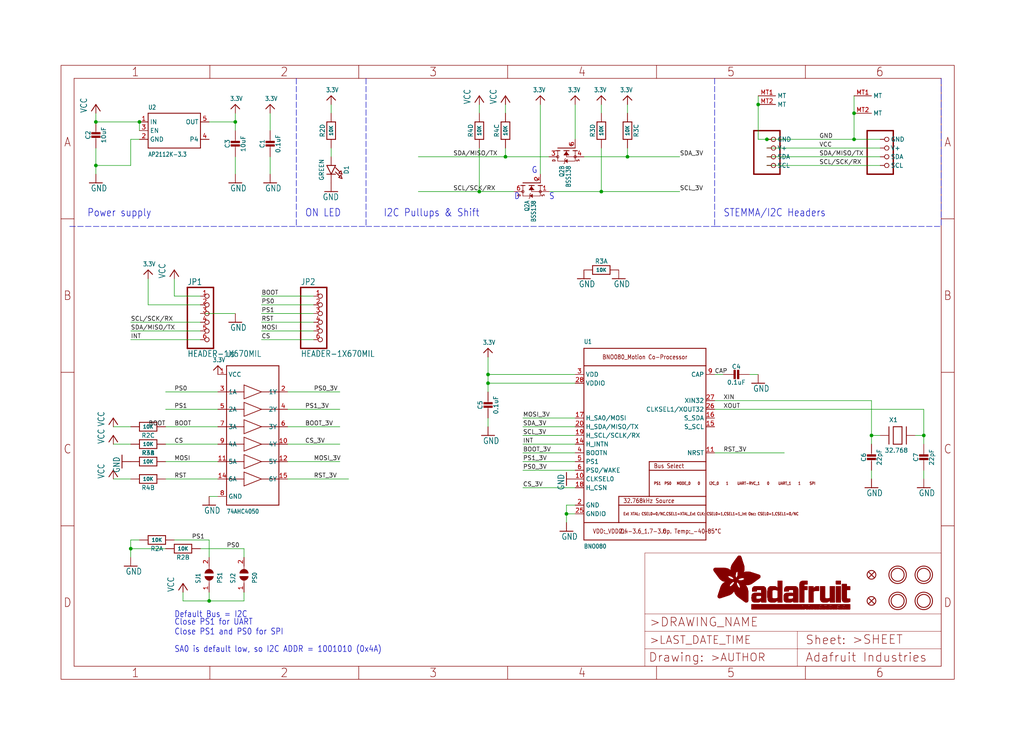
<source format=kicad_sch>
(kicad_sch (version 20211123) (generator eeschema)
  (paper "User" 298.45 217.881)
  (lib_symbols
    (symbol "eagleSchem-eagle-import:3.3V" (power)
      (property "Value" "3.3V" (at -1.524 1.016 0))
      (symbol "3.3V_1_0"
        (pin power_in line (at 0 -2.54 90) (length 2.54) (name "3.3V") (number "1"))
      )
    )
    (symbol "eagleSchem-eagle-import:74HC4050DTSSOP"
      (property "Reference" "U" (at -7.62 22.86 0))
      (property "Value" "74HC4050DTSSOP" (at -7.62 -22.86 0))
      (symbol "74HC4050DTSSOP_1_0"
        (pin bidirectional line (at -10.16 17.78 0) (length 2.54) (name "VCC") (number "1"))
        (pin bidirectional line (at 10.16 -2.54 180) (length 2.54) (name "4Y") (number "10"))
        (pin bidirectional line (at -10.16 -7.62 0) (length 2.54) (name "5A") (number "11"))
        (pin bidirectional line (at 10.16 -7.62 180) (length 2.54) (name "5Y") (number "12"))
        (pin bidirectional line (at -10.16 -12.7 0) (length 2.54) (name "6A") (number "14"))
        (pin bidirectional line (at 10.16 -12.7 180) (length 2.54) (name "6Y") (number "15"))
        (pin bidirectional line (at 10.16 12.7 180) (length 2.54) (name "1Y") (number "2"))
        (pin bidirectional line (at -10.16 12.7 0) (length 2.54) (name "1A") (number "3"))
        (pin bidirectional line (at 10.16 7.62 180) (length 2.54) (name "2Y") (number "4"))
        (pin bidirectional line (at -10.16 7.62 0) (length 2.54) (name "2A") (number "5"))
        (pin bidirectional line (at 10.16 2.54 180) (length 2.54) (name "3Y") (number "6"))
        (pin bidirectional line (at -10.16 2.54 0) (length 2.54) (name "3A") (number "7"))
        (pin bidirectional line (at -10.16 -17.78 0) (length 2.54) (name "GND") (number "8"))
        (pin bidirectional line (at -10.16 -2.54 0) (length 2.54) (name "4A") (number "9"))
      )
    )
    (symbol "eagleSchem-eagle-import:BNO080"
      (property "Reference" "U" (at -17.78 29.21 0))
      (property "Value" "BNO080" (at -17.78 -30.48 0))
      (symbol "BNO080_1_0"
        (text "2.4-3.6_1.7-3.6" (at -7.62 -25.4 0) (effects (font (size 1.27 1.0795)) (justify left)))
        (text "32.768kHz Source" (at -6.35 -16.51 0) (effects (font (size 1.27 1.0795)) (justify left)))
        (text "BNO080_Motion Co-Processor" (at 0 25.4 0) (effects (font (size 1.27 1.0795))))
        (text "Bus Select" (at 2.54 -6.35 0) (effects (font (size 1.27 1.0795)) (justify left)))
        (text "Ext XTAL: CSEL0=0/NC,CSEL1=XTAL_Ext CLK: CSEL0=1,CSEL1=1_Int Osc: CSEL0=1,CSEL1=0/NC" (at -6.35 -20.32 0) (effects (font (size 0.8128 0.6908)) (justify left)))
        (text "Op. Temp:_-40~85°C" (at 5.08 -25.4 0) (effects (font (size 1.27 1.0795)) (justify left)))
        (text "PS1  PS0   MODE_0    0     I2C_0    1     UART-RVC_1    0     UART_1    1     SPI" (at 2.54 -11.43 0) (effects (font (size 0.8128 0.6908)) (justify left)))
        (text "VDD:_VDDIO:" (at -15.24 -25.4 0) (effects (font (size 1.27 1.0795)) (justify left)))
        (pin input line (at -20.32 -10.16 0) (length 2.54) (name "CLKSEL0") (number "10"))
        (pin input line (at 20.32 -2.54 180) (length 2.54) (name "NRST") (number "11"))
        (pin output line (at -20.32 0 0) (length 2.54) (name "H_INTN") (number "14"))
        (pin bidirectional line (at 20.32 5.08 180) (length 2.54) (name "S_SCL") (number "15"))
        (pin bidirectional line (at 20.32 7.62 180) (length 2.54) (name "S_SDA") (number "16"))
        (pin output line (at -20.32 7.62 0) (length 2.54) (name "H_SA0/MOSI") (number "17"))
        (pin input line (at -20.32 -12.7 0) (length 2.54) (name "H_CSN") (number "18"))
        (pin bidirectional line (at -20.32 2.54 0) (length 2.54) (name "H_SCL/SCLK/RX") (number "19"))
        (pin power_in line (at -20.32 -17.78 0) (length 2.54) (name "GND") (number "2"))
        (pin bidirectional line (at -20.32 5.08 0) (length 2.54) (name "H_SDA/MISO/TX") (number "20"))
        (pin power_in line (at -20.32 -20.32 0) (length 2.54) (name "GNDIO") (number "25"))
        (pin output line (at 20.32 10.16 180) (length 2.54) (name "CLKSEL1/XOUT32") (number "26"))
        (pin input line (at 20.32 12.7 180) (length 2.54) (name "XIN32") (number "27"))
        (pin power_in line (at -20.32 17.78 0) (length 2.54) (name "VDDIO") (number "28"))
        (pin power_in line (at -20.32 20.32 0) (length 2.54) (name "VDD") (number "3"))
        (pin input line (at -20.32 -2.54 0) (length 2.54) (name "BOOTN") (number "4"))
        (pin input line (at -20.32 -5.08 0) (length 2.54) (name "PS1") (number "5"))
        (pin input line (at -20.32 -7.62 0) (length 2.54) (name "PS0/WAKE") (number "6"))
        (pin passive line (at 20.32 20.32 180) (length 2.54) (name "CAP") (number "9"))
      )
    )
    (symbol "eagleSchem-eagle-import:CAP_CERAMIC0603_NO"
      (property "Reference" "C" (at -2.29 1.25 90))
      (property "Value" "CAP_CERAMIC0603_NO" (at 2.3 1.25 90))
      (symbol "CAP_CERAMIC0603_NO_1_0"
        (pin passive line (at 0 5.08 270) (length 2.54) (name "1") (number "1"))
        (pin passive line (at 0 -2.54 90) (length 2.54) (name "2") (number "2"))
      )
    )
    (symbol "eagleSchem-eagle-import:CAP_CERAMIC0805-NOOUTLINE"
      (property "Reference" "C" (at -2.29 1.25 90))
      (property "Value" "CAP_CERAMIC0805-NOOUTLINE" (at 2.3 1.25 90))
      (symbol "CAP_CERAMIC0805-NOOUTLINE_1_0"
        (pin passive line (at 0 5.08 270) (length 2.54) (name "1") (number "1"))
        (pin passive line (at 0 -2.54 90) (length 2.54) (name "2") (number "2"))
      )
    )
    (symbol "eagleSchem-eagle-import:FIDUCIAL_1MM")
    (symbol "eagleSchem-eagle-import:FRAME_A4_ADAFRUIT"
      (symbol "FRAME_A4_ADAFRUIT_0_0"
        (text "1" (at 21.6958 1.905 0) (effects (font (size 2.54 2.286))))
        (text "1" (at 21.6958 177.165 0) (effects (font (size 2.54 2.286))))
        (text "2" (at 65.0875 1.905 0) (effects (font (size 2.54 2.286))))
        (text "2" (at 65.0875 177.165 0) (effects (font (size 2.54 2.286))))
        (text "3" (at 108.4792 1.905 0) (effects (font (size 2.54 2.286))))
        (text "3" (at 108.4792 177.165 0) (effects (font (size 2.54 2.286))))
        (text "4" (at 151.8708 1.905 0) (effects (font (size 2.54 2.286))))
        (text "4" (at 151.8708 177.165 0) (effects (font (size 2.54 2.286))))
        (text "5" (at 195.2625 1.905 0) (effects (font (size 2.54 2.286))))
        (text "5" (at 195.2625 177.165 0) (effects (font (size 2.54 2.286))))
        (text "6" (at 238.6542 1.905 0) (effects (font (size 2.54 2.286))))
        (text "6" (at 238.6542 177.165 0) (effects (font (size 2.54 2.286))))
        (text "A" (at 1.905 156.6863 0) (effects (font (size 2.54 2.286))))
        (text "A" (at 258.445 156.6863 0) (effects (font (size 2.54 2.286))))
        (text "B" (at 1.905 111.9188 0) (effects (font (size 2.54 2.286))))
        (text "B" (at 258.445 111.9188 0) (effects (font (size 2.54 2.286))))
        (text "C" (at 1.905 67.1513 0) (effects (font (size 2.54 2.286))))
        (text "C" (at 258.445 67.1513 0) (effects (font (size 2.54 2.286))))
        (text "D" (at 1.905 22.3838 0) (effects (font (size 2.54 2.286))))
        (text "D" (at 258.445 22.3838 0) (effects (font (size 2.54 2.286))))
      )
      (symbol "FRAME_A4_ADAFRUIT_1_0"
        (text ">AUTHOR" (at 189.23 5.08 0) (effects (font (size 2.286 2.286)) (justify left bottom)))
        (text ">DRAWING_NAME" (at 171.45 15.24 0) (effects (font (size 2.54 2.54)) (justify left bottom)))
        (text ">LAST_DATE_TIME" (at 171.45 10.16 0) (effects (font (size 2.286 2.286)) (justify left bottom)))
        (text ">SHEET" (at 230.505 10.16 0) (effects (font (size 2.54 2.54)) (justify left bottom)))
        (text "Adafruit Industries" (at 216.916 4.953 0) (effects (font (size 2.54 2.54)) (justify left bottom)))
        (text "Drawing:" (at 171.196 4.953 0) (effects (font (size 2.54 2.54)) (justify left bottom)))
        (text "Sheet:" (at 216.916 10.033 0) (effects (font (size 2.54 2.54)) (justify left bottom)))
      )
    )
    (symbol "eagleSchem-eagle-import:GND" (power)
      (property "Value" "GND" (at -2.54 -2.54 0))
      (symbol "GND_1_0"
        (pin power_in line (at 0 2.54 270) (length 2.54) (name "GND") (number "1"))
      )
    )
    (symbol "eagleSchem-eagle-import:HEADER-1X670MIL"
      (property "Reference" "JP" (at -6.35 10.795 0))
      (property "Value" "HEADER-1X670MIL" (at -6.35 -10.16 0))
      (symbol "HEADER-1X670MIL_1_0"
        (pin passive inverted (at -2.54 7.62 0) (length 2.54) (name "1") (number "1"))
        (pin passive inverted (at -2.54 5.08 0) (length 2.54) (name "2") (number "2"))
        (pin passive inverted (at -2.54 2.54 0) (length 2.54) (name "3") (number "3"))
        (pin passive inverted (at -2.54 0 0) (length 2.54) (name "4") (number "4"))
        (pin passive inverted (at -2.54 -2.54 0) (length 2.54) (name "5") (number "5"))
        (pin passive inverted (at -2.54 -5.08 0) (length 2.54) (name "6") (number "6"))
      )
    )
    (symbol "eagleSchem-eagle-import:LED0603_NOOUTLINE"
      (property "Reference" "D" (at -1.27 4.445 0))
      (property "Value" "LED0603_NOOUTLINE" (at -1.27 -2.794 0))
      (symbol "LED0603_NOOUTLINE_1_0"
        (pin passive line (at -5.08 0 0) (length 2.54) (name "A") (number "A"))
        (pin passive line (at 2.54 0 180) (length 2.54) (name "C") (number "C"))
      )
    )
    (symbol "eagleSchem-eagle-import:MOSFET-N_DUAL"
      (property "Reference" "Q" (at 5.08 0.635 0))
      (property "Value" "MOSFET-N_DUAL" (at 5.08 -1.27 0))
      (symbol "MOSFET-N_DUAL_1_0"
        (text "D" (at 3.175 3.175 0) (effects (font (size 0.8128 0.6908)) (justify left bottom)))
        (text "G" (at -1.27 -1.905 0) (effects (font (size 0.8128 0.6908)) (justify left bottom)))
        (text "S" (at 3.175 -3.81 0) (effects (font (size 0.8128 0.6908)) (justify left bottom)))
        (pin bidirectional line (at 2.54 -5.08 90) (length 2.54) (name "S") (number "1"))
        (pin bidirectional line (at -2.54 -2.54 0) (length 2.54) (name "G") (number "2"))
        (pin bidirectional line (at 2.54 5.08 270) (length 2.54) (name "D") (number "6"))
      )
      (symbol "MOSFET-N_DUAL_2_0"
        (text "D" (at 3.175 3.175 0) (effects (font (size 0.8128 0.6908)) (justify left bottom)))
        (text "G" (at -1.27 -1.905 0) (effects (font (size 0.8128 0.6908)) (justify left bottom)))
        (text "S" (at 3.175 -3.81 0) (effects (font (size 0.8128 0.6908)) (justify left bottom)))
        (pin bidirectional line (at 2.54 5.08 270) (length 2.54) (name "D") (number "3"))
        (pin bidirectional line (at 2.54 -5.08 90) (length 2.54) (name "S") (number "4"))
        (pin bidirectional line (at -2.54 -2.54 0) (length 2.54) (name "G") (number "5"))
      )
    )
    (symbol "eagleSchem-eagle-import:MOUNTINGHOLE2.5")
    (symbol "eagleSchem-eagle-import:RESISTOR_4PACK"
      (property "Reference" "R" (at 0 2.54 0))
      (property "Value" "RESISTOR_4PACK" (at 0 0 0))
      (symbol "RESISTOR_4PACK_1_0"
        (pin passive line (at -5.08 0 0) (length 2.54) (name "1") (number "1"))
        (pin passive line (at 5.08 0 180) (length 2.54) (name "2") (number "8"))
      )
      (symbol "RESISTOR_4PACK_2_0"
        (pin passive line (at -5.08 0 0) (length 2.54) (name "1") (number "2"))
        (pin passive line (at 5.08 0 180) (length 2.54) (name "2") (number "7"))
      )
      (symbol "RESISTOR_4PACK_3_0"
        (pin passive line (at -5.08 0 0) (length 2.54) (name "1") (number "3"))
        (pin passive line (at 5.08 0 180) (length 2.54) (name "2") (number "6"))
      )
      (symbol "RESISTOR_4PACK_4_0"
        (pin passive line (at -5.08 0 0) (length 2.54) (name "1") (number "4"))
        (pin passive line (at 5.08 0 180) (length 2.54) (name "2") (number "5"))
      )
    )
    (symbol "eagleSchem-eagle-import:SOLDERJUMPER"
      (property "Reference" "SJ" (at -2.54 2.54 0))
      (property "Value" "SOLDERJUMPER" (at -2.54 -3.81 0))
      (symbol "SOLDERJUMPER_1_0"
        (pin passive line (at -5.08 0 0) (length 2.54) (name "1") (number "1"))
        (pin passive line (at 5.08 0 180) (length 2.54) (name "2") (number "2"))
      )
    )
    (symbol "eagleSchem-eagle-import:STEMMA_I2C_QT"
      (symbol "STEMMA_I2C_QT_1_0"
        (pin passive inverted (at 0 5.08 0) (length 2.54) (name "GND") (number "1"))
        (pin passive inverted (at 0 2.54 0) (length 2.54) (name "V+") (number "2"))
        (pin passive inverted (at 0 0 0) (length 2.54) (name "SDA") (number "3"))
        (pin passive inverted (at 0 -2.54 0) (length 2.54) (name "SCL") (number "4"))
      )
      (symbol "STEMMA_I2C_QT_2_0"
        (pin bidirectional line (at 0 0 0) (length 5.08) (name "MT") (number "MT1"))
      )
      (symbol "STEMMA_I2C_QT_3_0"
        (pin bidirectional line (at 0 0 0) (length 5.08) (name "MT") (number "MT2"))
      )
    )
    (symbol "eagleSchem-eagle-import:VCC" (power)
      (property "Value" "VCC" (at -2.54 -2.54 90))
      (symbol "VCC_1_0"
        (pin power_in line (at 0 -2.54 90) (length 2.54) (name "VCC") (number "1"))
      )
    )
    (symbol "eagleSchem-eagle-import:VREG_SOT23-5"
      (property "Reference" "U" (at -7.62 6.096 0))
      (property "Value" "VREG_SOT23-5" (at -7.62 -7.62 0))
      (symbol "VREG_SOT23-5_1_0"
        (pin power_in line (at -10.16 2.54 0) (length 2.54) (name "IN") (number "1"))
        (pin power_in line (at -10.16 -2.54 0) (length 2.54) (name "GND") (number "2"))
        (pin input line (at -10.16 0 0) (length 2.54) (name "EN") (number "3"))
        (pin bidirectional line (at 10.16 -2.54 180) (length 2.54) (name "P4") (number "4"))
        (pin power_in line (at 10.16 2.54 180) (length 2.54) (name "OUT") (number "5"))
      )
    )
    (symbol "eagleSchem-eagle-import:XTAL-3.2X1.5"
      (property "Reference" "X" (at -2.54 3.81 0))
      (property "Value" "XTAL-3.2X1.5" (at -3.81 -5.08 0))
      (symbol "XTAL-3.2X1.5_1_0"
        (pin bidirectional line (at -5.08 0 0) (length 2.54) (name "P$1") (number "P$1"))
        (pin bidirectional line (at 5.08 0 180) (length 2.54) (name "P$2") (number "P$2"))
      )
    )
  )
  (junction (at 182.88 45.72))
  (junction (at 142.24 111.76))
  (junction (at 40.64 35.56))
  (junction (at 142.24 109.22))
  (junction (at 27.94 48.26))
  (junction (at 248.92 33.02))
  (junction (at 254 127))
  (junction (at 223.52 40.64))
  (junction (at 68.58 35.56))
  (junction (at 147.32 45.72))
  (junction (at 38.1 160.02))
  (junction (at 60.96 175.26))
  (junction (at 139.7 55.88))
  (junction (at 220.98 30.48))
  (junction (at 165.1 149.86))
  (junction (at 248.92 40.64))
  (junction (at 27.94 35.56))
  (junction (at 269.24 127))
  (junction (at 175.26 55.88))
  (wire (pts (xy 68.58 45.72) (xy 68.58 50.8)))
  (wire (pts (xy 63.5 134.62) (xy 48.26 134.62)))
  (wire (pts (xy 99.06 119.38) (xy 83.82 119.38)))
  (wire (pts (xy 33.02 124.46) (xy 38.1 124.46)))
  (wire (pts (xy 53.34 175.26) (xy 53.34 172.72)))
  (wire (pts (xy 63.5 144.78) (xy 60.96 144.78)))
  (wire (pts (xy 142.24 114.3) (xy 142.24 111.76)))
  (wire (pts (xy 139.7 30.48) (xy 139.7 33.02)))
  (wire (pts (xy 147.32 45.72) (xy 121.92 45.72)))
  (wire (pts (xy 91.44 96.52) (xy 76.2 96.52)))
  (wire (pts (xy 83.82 114.3) (xy 99.06 114.3)))
  (wire (pts (xy 220.98 30.48) (xy 220.98 40.64)))
  (wire (pts (xy 182.88 45.72) (xy 198.12 45.72)))
  (polyline (pts (xy 274.32 22.86) (xy 274.32 66.04)))
  (wire (pts (xy 248.92 27.94) (xy 248.92 33.02)))
  (wire (pts (xy 38.1 160.02) (xy 38.1 162.56)))
  (wire (pts (xy 167.64 109.22) (xy 142.24 109.22)))
  (wire (pts (xy 71.12 175.26) (xy 60.96 175.26)))
  (wire (pts (xy 48.26 139.7) (xy 63.5 139.7)))
  (wire (pts (xy 248.92 40.64) (xy 223.52 40.64)))
  (wire (pts (xy 175.26 55.88) (xy 198.12 55.88)))
  (wire (pts (xy 83.82 124.46) (xy 99.06 124.46)))
  (wire (pts (xy 157.48 50.8) (xy 157.48 30.48)))
  (wire (pts (xy 60.96 172.72) (xy 60.96 175.26)))
  (wire (pts (xy 58.42 93.98) (xy 38.1 93.98)))
  (wire (pts (xy 48.26 129.54) (xy 63.5 129.54)))
  (wire (pts (xy 167.64 111.76) (xy 142.24 111.76)))
  (wire (pts (xy 167.64 147.32) (xy 165.1 147.32)))
  (wire (pts (xy 38.1 40.64) (xy 38.1 48.26)))
  (wire (pts (xy 78.74 45.72) (xy 78.74 50.8)))
  (wire (pts (xy 58.42 91.44) (xy 68.58 91.44)))
  (wire (pts (xy 63.5 124.46) (xy 48.26 124.46)))
  (wire (pts (xy 254 127) (xy 254 129.54)))
  (wire (pts (xy 91.44 86.36) (xy 76.2 86.36)))
  (wire (pts (xy 175.26 33.02) (xy 175.26 30.48)))
  (wire (pts (xy 38.1 48.26) (xy 27.94 48.26)))
  (wire (pts (xy 78.74 33.02) (xy 78.74 38.1)))
  (wire (pts (xy 248.92 33.02) (xy 248.92 40.64)))
  (wire (pts (xy 220.98 40.64) (xy 223.52 40.64)))
  (wire (pts (xy 269.24 119.38) (xy 269.24 127)))
  (polyline (pts (xy 20.32 66.04) (xy 86.36 66.04)))
  (wire (pts (xy 58.42 86.36) (xy 50.8 86.36)))
  (wire (pts (xy 27.94 48.26) (xy 27.94 50.8)))
  (wire (pts (xy 142.24 121.92) (xy 142.24 124.46)))
  (wire (pts (xy 91.44 99.06) (xy 76.2 99.06)))
  (polyline (pts (xy 208.28 66.04) (xy 274.32 66.04)))
  (wire (pts (xy 71.12 172.72) (xy 71.12 175.26)))
  (wire (pts (xy 38.1 157.48) (xy 38.1 160.02)))
  (wire (pts (xy 160.02 55.88) (xy 175.26 55.88)))
  (polyline (pts (xy 106.68 66.04) (xy 208.28 66.04)))
  (wire (pts (xy 256.54 127) (xy 254 127)))
  (wire (pts (xy 71.12 160.02) (xy 71.12 162.56)))
  (wire (pts (xy 58.42 96.52) (xy 38.1 96.52)))
  (wire (pts (xy 208.28 119.38) (xy 269.24 119.38)))
  (wire (pts (xy 58.42 99.06) (xy 38.1 99.06)))
  (wire (pts (xy 167.64 142.24) (xy 152.4 142.24)))
  (wire (pts (xy 48.26 160.02) (xy 38.1 160.02)))
  (wire (pts (xy 170.18 45.72) (xy 182.88 45.72)))
  (wire (pts (xy 91.44 93.98) (xy 76.2 93.98)))
  (wire (pts (xy 60.96 157.48) (xy 60.96 162.56)))
  (wire (pts (xy 160.02 45.72) (xy 147.32 45.72)))
  (wire (pts (xy 38.1 157.48) (xy 40.64 157.48)))
  (wire (pts (xy 266.7 127) (xy 269.24 127)))
  (wire (pts (xy 256.54 45.72) (xy 223.52 45.72)))
  (wire (pts (xy 142.24 109.22) (xy 142.24 104.14)))
  (wire (pts (xy 91.44 91.44) (xy 76.2 91.44)))
  (wire (pts (xy 60.96 35.56) (xy 68.58 35.56)))
  (wire (pts (xy 254 137.16) (xy 254 139.7)))
  (wire (pts (xy 147.32 43.18) (xy 147.32 45.72)))
  (wire (pts (xy 50.8 157.48) (xy 60.96 157.48)))
  (wire (pts (xy 139.7 55.88) (xy 121.92 55.88)))
  (wire (pts (xy 167.64 134.62) (xy 152.4 134.62)))
  (wire (pts (xy 208.28 109.22) (xy 210.82 109.22)))
  (wire (pts (xy 167.64 132.08) (xy 152.4 132.08)))
  (wire (pts (xy 43.18 88.9) (xy 43.18 81.28)))
  (wire (pts (xy 149.86 55.88) (xy 139.7 55.88)))
  (wire (pts (xy 167.64 40.64) (xy 167.64 30.48)))
  (wire (pts (xy 58.42 88.9) (xy 43.18 88.9)))
  (wire (pts (xy 167.64 124.46) (xy 152.4 124.46)))
  (polyline (pts (xy 86.36 22.86) (xy 86.36 66.04)))
  (wire (pts (xy 40.64 40.64) (xy 38.1 40.64)))
  (wire (pts (xy 182.88 43.18) (xy 182.88 45.72)))
  (polyline (pts (xy 106.68 22.86) (xy 106.68 66.04)))
  (wire (pts (xy 68.58 35.56) (xy 68.58 38.1)))
  (wire (pts (xy 256.54 40.64) (xy 248.92 40.64)))
  (wire (pts (xy 50.8 86.36) (xy 50.8 81.28)))
  (wire (pts (xy 167.64 127) (xy 152.4 127)))
  (wire (pts (xy 40.64 35.56) (xy 27.94 35.56)))
  (wire (pts (xy 60.96 175.26) (xy 53.34 175.26)))
  (wire (pts (xy 96.52 30.48) (xy 96.52 33.02)))
  (wire (pts (xy 58.42 160.02) (xy 71.12 160.02)))
  (wire (pts (xy 152.4 137.16) (xy 167.64 137.16)))
  (wire (pts (xy 27.94 33.02) (xy 27.94 35.56)))
  (wire (pts (xy 165.1 149.86) (xy 165.1 152.4)))
  (wire (pts (xy 96.52 45.72) (xy 96.52 43.18)))
  (wire (pts (xy 223.52 43.18) (xy 256.54 43.18)))
  (polyline (pts (xy 208.28 22.86) (xy 208.28 66.04)))
  (wire (pts (xy 165.1 147.32) (xy 165.1 149.86)))
  (wire (pts (xy 63.5 119.38) (xy 48.26 119.38)))
  (wire (pts (xy 269.24 137.16) (xy 269.24 139.7)))
  (wire (pts (xy 223.52 48.26) (xy 256.54 48.26)))
  (wire (pts (xy 218.44 109.22) (xy 220.98 109.22)))
  (wire (pts (xy 139.7 43.18) (xy 139.7 55.88)))
  (wire (pts (xy 27.94 48.26) (xy 27.94 43.18)))
  (wire (pts (xy 167.64 149.86) (xy 165.1 149.86)))
  (wire (pts (xy 147.32 33.02) (xy 147.32 30.48)))
  (wire (pts (xy 167.64 121.92) (xy 152.4 121.92)))
  (wire (pts (xy 208.28 116.84) (xy 254 116.84)))
  (wire (pts (xy 182.88 33.02) (xy 182.88 30.48)))
  (wire (pts (xy 91.44 88.9) (xy 76.2 88.9)))
  (wire (pts (xy 63.5 114.3) (xy 48.26 114.3)))
  (wire (pts (xy 220.98 27.94) (xy 220.98 30.48)))
  (wire (pts (xy 208.28 132.08) (xy 228.6 132.08)))
  (wire (pts (xy 83.82 139.7) (xy 101.6 139.7)))
  (wire (pts (xy 33.02 129.54) (xy 38.1 129.54)))
  (wire (pts (xy 68.58 35.56) (xy 68.58 33.02)))
  (wire (pts (xy 167.64 129.54) (xy 152.4 129.54)))
  (wire (pts (xy 83.82 134.62) (xy 99.06 134.62)))
  (wire (pts (xy 254 116.84) (xy 254 127)))
  (wire (pts (xy 40.64 38.1) (xy 40.64 35.56)))
  (wire (pts (xy 142.24 111.76) (xy 142.24 109.22)))
  (wire (pts (xy 269.24 127) (xy 269.24 129.54)))
  (wire (pts (xy 83.82 129.54) (xy 99.06 129.54)))
  (wire (pts (xy 33.02 139.7) (xy 38.1 139.7)))
  (wire (pts (xy 175.26 43.18) (xy 175.26 55.88)))
  (polyline (pts (xy 86.36 66.04) (xy 106.68 66.04)))
  (text "Default Bus = I2C" (at 50.8 180.34 180) (effects (font (size 1.778 1.5113)) (justify left bottom)))
  (text "I2C Pullups & Shift" (at 111.76 63.5 180) (effects (font (size 2.1844 1.8567)) (justify left bottom)))
  (text "Power supply" (at 25.4 63.5 180) (effects (font (size 2.1844 1.8567)) (justify left bottom)))
  (text "SA0 is default low, so I2C ADDR = 1001010 (0x4A)" (at 50.8 190.5 180) (effects (font (size 1.778 1.5113)) (justify left bottom)))
  (text "STEMMA/I2C Headers" (at 210.82 63.5 180) (effects (font (size 2.1844 1.8567)) (justify left bottom)))
  (text "D" (at 149.86 58.42 180) (effects (font (size 1.778 1.5113)) (justify left bottom)))
  (text "G" (at 154.94 50.8 180) (effects (font (size 1.778 1.5113)) (justify left bottom)))
  (text "ON LED" (at 88.9 63.5 180) (effects (font (size 2.1844 1.8567)) (justify left bottom)))
  (text "S" (at 160.02 58.42 180) (effects (font (size 1.778 1.5113)) (justify left bottom)))
  (text "Close PS1 for UART\nClose PS1 and PS0 for SPI" (at 50.8 185.42 180) (effects (font (size 1.778 1.5113)) (justify left bottom)))
  (label "MOSI" (at 76.2 96.52 0) (effects (font (size 1.2446 1.2446))))
  (label "SDA/MISO/TX" (at 132.08 45.72 0) (effects (font (size 1.2446 1.2446))))
  (label "PS1" (at 76.2 91.44 0) (effects (font (size 1.2446 1.2446))))
  (label "CS_3V" (at 88.9 129.54 0) (effects (font (size 1.2446 1.2446))))
  (label "XIN" (at 210.82 116.84 0) (effects (font (size 1.2446 1.2446))))
  (label "SCL/SCK/RX" (at 238.76 48.26 0) (effects (font (size 1.2446 1.2446))))
  (label "PS0" (at 76.2 88.9 0) (effects (font (size 1.2446 1.2446))))
  (label "MOSI_3V" (at 91.44 134.62 0) (effects (font (size 1.2446 1.2446))))
  (label "BOOT_3V" (at 152.4 132.08 0) (effects (font (size 1.2446 1.2446))))
  (label "BOOT_3V" (at 88.9 124.46 0) (effects (font (size 1.2446 1.2446))))
  (label "PS1" (at 55.88 157.48 0) (effects (font (size 1.2446 1.2446))))
  (label "CS" (at 50.8 129.54 0) (effects (font (size 1.2446 1.2446))))
  (label "SCL_3V" (at 198.12 55.88 0) (effects (font (size 1.2446 1.2446))))
  (label "SCL/SCK/RX" (at 132.08 55.88 0) (effects (font (size 1.2446 1.2446))))
  (label "BOOT" (at 50.8 124.46 0) (effects (font (size 1.2446 1.2446))))
  (label "INT" (at 38.1 99.06 0) (effects (font (size 1.2446 1.2446))))
  (label "PS0" (at 66.04 160.02 0) (effects (font (size 1.2446 1.2446))))
  (label "PS0_3V" (at 91.44 114.3 0) (effects (font (size 1.2446 1.2446))))
  (label "SDA_3V" (at 198.12 45.72 0) (effects (font (size 1.2446 1.2446))))
  (label "MOSI" (at 50.8 134.62 0) (effects (font (size 1.2446 1.2446))))
  (label "PS1_3V" (at 152.4 134.62 0) (effects (font (size 1.2446 1.2446))))
  (label "SDA/MISO/TX" (at 38.1 96.52 0) (effects (font (size 1.2446 1.2446))))
  (label "RST_3V" (at 210.82 132.08 0) (effects (font (size 1.2446 1.2446))))
  (label "SDA_3V" (at 152.4 124.46 0) (effects (font (size 1.2446 1.2446))))
  (label "SCL/SCK/RX" (at 38.1 93.98 0) (effects (font (size 1.2446 1.2446))))
  (label "CAP" (at 208.28 109.22 0) (effects (font (size 1.2446 1.2446))))
  (label "PS1_3V" (at 88.9 119.38 0) (effects (font (size 1.2446 1.2446))))
  (label "CS_3V" (at 152.4 142.24 0) (effects (font (size 1.2446 1.2446))))
  (label "BOOT" (at 76.2 86.36 0) (effects (font (size 1.2446 1.2446))))
  (label "RST_3V" (at 91.44 139.7 0) (effects (font (size 1.2446 1.2446))))
  (label "PS0" (at 50.8 114.3 0) (effects (font (size 1.2446 1.2446))))
  (label "INT" (at 152.4 129.54 0) (effects (font (size 1.2446 1.2446))))
  (label "GND" (at 238.76 40.64 0) (effects (font (size 1.2446 1.2446))))
  (label "PS0_3V" (at 152.4 137.16 0) (effects (font (size 1.2446 1.2446))))
  (label "SCL_3V" (at 152.4 127 0) (effects (font (size 1.2446 1.2446))))
  (label "PS1" (at 50.8 119.38 0) (effects (font (size 1.2446 1.2446))))
  (label "RST" (at 50.8 139.7 0) (effects (font (size 1.2446 1.2446))))
  (label "CS" (at 76.2 99.06 0) (effects (font (size 1.2446 1.2446))))
  (label "SDA/MISO/TX" (at 238.76 45.72 0) (effects (font (size 1.2446 1.2446))))
  (label "BOOT" (at 48.26 124.46 180) (effects (font (size 1.2446 1.2446))))
  (label "XOUT" (at 210.82 119.38 0) (effects (font (size 1.2446 1.2446))))
  (label "RST" (at 76.2 93.98 0) (effects (font (size 1.2446 1.2446))))
  (label "MOSI_3V" (at 152.4 121.92 0) (effects (font (size 1.2446 1.2446))))
  (label "VCC" (at 238.76 43.18 0) (effects (font (size 1.2446 1.2446))))
  (symbol (lib_id "eagleSchem-eagle-import:FIDUCIAL_1MM") (at 254 175.26 0) (unit 1)
    (property "Reference" "FID3" (effects hide))
    (property "Value" "FIDUCIAL_1MM" (effects hide))
    (property "Footprint" "eagleSchem:FIDUCIAL_1MM" (effects hide))
  )
  (symbol (lib_id "eagleSchem-eagle-import:GND") (at 78.74 53.34 0) (unit 1)
    (property "Reference" "#U$6" (effects hide))
    (property "Value" "GND" (at 77.216 55.88 0) (effects (font (size 1.778 1.5113)) (justify left bottom)))
    (property "Footprint" "eagleSchem:" (effects hide))
  )
  (symbol (lib_id "eagleSchem-eagle-import:MOUNTINGHOLE2.5") (at 261.62 167.64 0) (unit 1)
    (property "Reference" "U$17" (effects hide))
    (property "Value" "MOUNTINGHOLE2.5" (effects hide))
    (property "Footprint" "eagleSchem:MOUNTINGHOLE_2.5_PLATED" (effects hide))
  )
  (symbol (lib_id "eagleSchem-eagle-import:STEMMA_I2C_QT") (at 256.54 45.72 0) (unit 1)
    (property "Reference" "CONN4" (effects hide))
    (property "Value" "STEMMA_I2C_QT" (effects hide))
    (property "Footprint" "eagleSchem:JST_SH4" (effects hide))
  )
  (symbol (lib_id "eagleSchem-eagle-import:3.3V") (at 142.24 101.6 0) (unit 1)
    (property "Reference" "#U$4" (effects hide))
    (property "Value" "3.3V" (at 140.716 100.584 0) (effects (font (size 1.27 1.0795)) (justify left bottom)))
    (property "Footprint" "eagleSchem:" (effects hide))
  )
  (symbol (lib_id "eagleSchem-eagle-import:BNO080") (at 187.96 129.54 0) (unit 1)
    (property "Reference" "U1" (at 170.18 100.33 0) (effects (font (size 1.27 1.0795)) (justify left bottom)))
    (property "Value" "BNO080" (at 170.18 160.02 0) (effects (font (size 1.27 1.0795)) (justify left bottom)))
    (property "Footprint" "eagleSchem:BNO080" (effects hide))
  )
  (symbol (lib_id "eagleSchem-eagle-import:CAP_CERAMIC0603_NO") (at 254 134.62 0) (unit 1)
    (property "Reference" "C6" (at 251.71 133.37 90))
    (property "Value" "22pF" (at 256.3 133.37 90))
    (property "Footprint" "eagleSchem:0603-NO" (effects hide))
  )
  (symbol (lib_id "eagleSchem-eagle-import:GND") (at 165.1 154.94 0) (unit 1)
    (property "Reference" "#U$2" (effects hide))
    (property "Value" "GND" (at 163.576 157.48 0) (effects (font (size 1.778 1.5113)) (justify left bottom)))
    (property "Footprint" "eagleSchem:" (effects hide))
  )
  (symbol (lib_id "eagleSchem-eagle-import:GND") (at 96.52 55.88 0) (unit 1)
    (property "Reference" "#GND6" (effects hide))
    (property "Value" "GND" (at 93.98 58.42 0) (effects (font (size 1.778 1.5113)) (justify left bottom)))
    (property "Footprint" "eagleSchem:" (effects hide))
  )
  (symbol (lib_id "eagleSchem-eagle-import:CAP_CERAMIC0603_NO") (at 142.24 119.38 0) (unit 1)
    (property "Reference" "C5" (at 139.95 118.13 90))
    (property "Value" "0.1uF" (at 144.54 118.13 90))
    (property "Footprint" "eagleSchem:0603-NO" (effects hide))
  )
  (symbol (lib_id "eagleSchem-eagle-import:FRAME_A4_ADAFRUIT") (at 17.78 198.12 0) (unit 1)
    (property "Reference" "#U$18" (effects hide))
    (property "Value" "FRAME_A4_ADAFRUIT" (effects hide))
    (property "Footprint" "eagleSchem:" (effects hide))
  )
  (symbol (lib_id "eagleSchem-eagle-import:HEADER-1X670MIL") (at 60.96 93.98 0) (unit 1)
    (property "Reference" "JP1" (at 54.61 83.185 0) (effects (font (size 1.778 1.5113)) (justify left bottom)))
    (property "Value" "HEADER-1X670MIL" (at 54.61 104.14 0) (effects (font (size 1.778 1.5113)) (justify left bottom)))
    (property "Footprint" "eagleSchem:1X06_ROUND_70" (effects hide))
  )
  (symbol (lib_id "eagleSchem-eagle-import:MOUNTINGHOLE2.5") (at 269.24 167.64 0) (unit 1)
    (property "Reference" "U$19" (effects hide))
    (property "Value" "MOUNTINGHOLE2.5" (effects hide))
    (property "Footprint" "eagleSchem:MOUNTINGHOLE_2.5_PLATED" (effects hide))
  )
  (symbol (lib_id "eagleSchem-eagle-import:VCC") (at 50.8 78.74 0) (unit 1)
    (property "Reference" "#P+4" (effects hide))
    (property "Value" "VCC" (at 48.26 81.28 90) (effects (font (size 1.778 1.5113)) (justify left bottom)))
    (property "Footprint" "eagleSchem:" (effects hide))
  )
  (symbol (lib_id "eagleSchem-eagle-import:RESISTOR_4PACK") (at 43.18 139.7 180) (unit 2)
    (property "Reference" "R4" (at 43.18 142.24 0))
    (property "Value" "10K" (at 43.18 139.7 0) (effects (font (size 1.016 1.016) bold)))
    (property "Footprint" "eagleSchem:RESPACK_4X0603" (effects hide))
  )
  (symbol (lib_id "eagleSchem-eagle-import:RESISTOR_4PACK") (at 43.18 129.54 180) (unit 1)
    (property "Reference" "R4" (at 43.18 132.08 0))
    (property "Value" "10K" (at 43.18 129.54 0) (effects (font (size 1.016 1.016) bold)))
    (property "Footprint" "eagleSchem:RESPACK_4X0603" (effects hide))
  )
  (symbol (lib_id "eagleSchem-eagle-import:GND") (at 68.58 93.98 0) (unit 1)
    (property "Reference" "#U$10" (effects hide))
    (property "Value" "GND" (at 67.056 96.52 0) (effects (font (size 1.778 1.5113)) (justify left bottom)))
    (property "Footprint" "eagleSchem:" (effects hide))
  )
  (symbol (lib_id "eagleSchem-eagle-import:RESISTOR_4PACK") (at 96.52 38.1 90) (unit 4)
    (property "Reference" "R2" (at 93.98 38.1 0))
    (property "Value" "10K" (at 96.52 38.1 0) (effects (font (size 1.016 1.016) bold)))
    (property "Footprint" "eagleSchem:RESPACK_4X0603" (effects hide))
  )
  (symbol (lib_id "eagleSchem-eagle-import:RESISTOR_4PACK") (at 147.32 38.1 90) (unit 3)
    (property "Reference" "R4" (at 144.78 38.1 0))
    (property "Value" "10K" (at 147.32 38.1 0) (effects (font (size 1.016 1.016) bold)))
    (property "Footprint" "eagleSchem:RESPACK_4X0603" (effects hide))
  )
  (symbol (lib_id "eagleSchem-eagle-import:GND") (at 68.58 53.34 0) (unit 1)
    (property "Reference" "#U$5" (effects hide))
    (property "Value" "GND" (at 67.056 55.88 0) (effects (font (size 1.778 1.5113)) (justify left bottom)))
    (property "Footprint" "eagleSchem:" (effects hide))
  )
  (symbol (lib_id "eagleSchem-eagle-import:3.3V") (at 175.26 27.94 0) (mirror y) (unit 1)
    (property "Reference" "#U$24" (effects hide))
    (property "Value" "3.3V" (at 176.784 26.924 0) (effects (font (size 1.27 1.0795)) (justify left bottom)))
    (property "Footprint" "eagleSchem:" (effects hide))
  )
  (symbol (lib_id "eagleSchem-eagle-import:VCC") (at 33.02 137.16 0) (unit 1)
    (property "Reference" "#P+6" (effects hide))
    (property "Value" "VCC" (at 30.48 139.7 90) (effects (font (size 1.778 1.5113)) (justify left bottom)))
    (property "Footprint" "eagleSchem:" (effects hide))
  )
  (symbol (lib_id "eagleSchem-eagle-import:VCC") (at 139.7 27.94 0) (unit 1)
    (property "Reference" "#P+1" (effects hide))
    (property "Value" "VCC" (at 137.16 30.48 90) (effects (font (size 1.778 1.5113)) (justify left bottom)))
    (property "Footprint" "eagleSchem:" (effects hide))
  )
  (symbol (lib_id "eagleSchem-eagle-import:STEMMA_I2C_QT") (at 248.92 27.94 0) (unit 2)
    (property "Reference" "CONN4" (effects hide))
    (property "Value" "STEMMA_I2C_QT" (effects hide))
    (property "Footprint" "eagleSchem:JST_SH4" (effects hide))
  )
  (symbol (lib_id "eagleSchem-eagle-import:RESISTOR_4PACK") (at 43.18 124.46 180) (unit 3)
    (property "Reference" "R2" (at 43.18 127 0))
    (property "Value" "10K" (at 43.18 124.46 0) (effects (font (size 1.016 1.016) bold)))
    (property "Footprint" "eagleSchem:RESPACK_4X0603" (effects hide))
  )
  (symbol (lib_id "eagleSchem-eagle-import:MOSFET-N_DUAL") (at 154.94 53.34 90) (mirror x) (unit 1)
    (property "Reference" "Q2" (at 154.305 58.42 0) (effects (font (size 1.27 1.0795)) (justify left bottom)))
    (property "Value" "BSS138" (at 156.21 58.42 0) (effects (font (size 1.27 1.0795)) (justify left bottom)))
    (property "Footprint" "eagleSchem:SOT363" (effects hide))
  )
  (symbol (lib_id "eagleSchem-eagle-import:MOUNTINGHOLE2.5") (at 269.24 175.26 0) (unit 1)
    (property "Reference" "U$21" (effects hide))
    (property "Value" "MOUNTINGHOLE2.5" (effects hide))
    (property "Footprint" "eagleSchem:MOUNTINGHOLE_2.5_PLATED" (effects hide))
  )
  (symbol (lib_id "eagleSchem-eagle-import:CAP_CERAMIC0603_NO") (at 269.24 134.62 0) (unit 1)
    (property "Reference" "C7" (at 266.95 133.37 90))
    (property "Value" "22pF" (at 271.54 133.37 90))
    (property "Footprint" "eagleSchem:0603-NO" (effects hide))
  )
  (symbol (lib_id "eagleSchem-eagle-import:RESISTOR_4PACK") (at 43.18 134.62 0) (unit 2)
    (property "Reference" "R3" (at 43.18 132.08 0))
    (property "Value" "10K" (at 43.18 134.62 0) (effects (font (size 1.016 1.016) bold)))
    (property "Footprint" "eagleSchem:RESPACK_4X0603" (effects hide))
  )
  (symbol (lib_id "eagleSchem-eagle-import:VREG_SOT23-5") (at 50.8 38.1 0) (unit 1)
    (property "Reference" "U2" (at 43.18 32.004 0) (effects (font (size 1.27 1.0795)) (justify left bottom)))
    (property "Value" "AP2112K-3.3" (at 43.18 45.72 0) (effects (font (size 1.27 1.0795)) (justify left bottom)))
    (property "Footprint" "eagleSchem:SOT23-5" (effects hide))
  )
  (symbol (lib_id "eagleSchem-eagle-import:STEMMA_I2C_QT") (at 248.92 33.02 0) (unit 3)
    (property "Reference" "CONN4" (effects hide))
    (property "Value" "STEMMA_I2C_QT" (effects hide))
    (property "Footprint" "eagleSchem:JST_SH4" (effects hide))
  )
  (symbol (lib_id "eagleSchem-eagle-import:3.3V") (at 78.74 30.48 0) (unit 1)
    (property "Reference" "#U$14" (effects hide))
    (property "Value" "3.3V" (at 77.216 29.464 0) (effects (font (size 1.27 1.0795)) (justify left bottom)))
    (property "Footprint" "eagleSchem:" (effects hide))
  )
  (symbol (lib_id "eagleSchem-eagle-import:GND") (at 269.24 142.24 0) (unit 1)
    (property "Reference" "#U$9" (effects hide))
    (property "Value" "GND" (at 267.716 144.78 0) (effects (font (size 1.778 1.5113)) (justify left bottom)))
    (property "Footprint" "eagleSchem:" (effects hide))
  )
  (symbol (lib_id "eagleSchem-eagle-import:3.3V") (at 167.64 27.94 0) (mirror y) (unit 1)
    (property "Reference" "#U$23" (effects hide))
    (property "Value" "3.3V" (at 169.164 26.924 0) (effects (font (size 1.27 1.0795)) (justify left bottom)))
    (property "Footprint" "eagleSchem:" (effects hide))
  )
  (symbol (lib_id "eagleSchem-eagle-import:STEMMA_I2C_QT") (at 220.98 30.48 0) (unit 3)
    (property "Reference" "CONN3" (effects hide))
    (property "Value" "STEMMA_I2C_QT" (effects hide))
    (property "Footprint" "eagleSchem:JST_SH4" (effects hide))
  )
  (symbol (lib_id "eagleSchem-eagle-import:GND") (at 165.1 139.7 270) (unit 1)
    (property "Reference" "#U$27" (effects hide))
    (property "Value" "GND" (at 162.56 138.176 0) (effects (font (size 1.778 1.5113)) (justify left bottom)))
    (property "Footprint" "eagleSchem:" (effects hide))
  )
  (symbol (lib_id "eagleSchem-eagle-import:RESISTOR_4PACK") (at 139.7 38.1 90) (unit 4)
    (property "Reference" "R4" (at 137.16 38.1 0))
    (property "Value" "10K" (at 139.7 38.1 0) (effects (font (size 1.016 1.016) bold)))
    (property "Footprint" "eagleSchem:RESPACK_4X0603" (effects hide))
  )
  (symbol (lib_id "eagleSchem-eagle-import:LED0603_NOOUTLINE") (at 96.52 50.8 270) (unit 1)
    (property "Reference" "D1" (at 100.965 49.53 0))
    (property "Value" "GREEN" (at 93.726 49.53 0))
    (property "Footprint" "eagleSchem:CHIPLED_0603_NOOUTLINE" (effects hide))
  )
  (symbol (lib_id "eagleSchem-eagle-import:GND") (at 170.18 81.28 0) (unit 1)
    (property "Reference" "#U$33" (effects hide))
    (property "Value" "GND" (at 168.656 83.82 0) (effects (font (size 1.778 1.5113)) (justify left bottom)))
    (property "Footprint" "eagleSchem:" (effects hide))
  )
  (symbol (lib_id "eagleSchem-eagle-import:GND") (at 35.56 134.62 270) (unit 1)
    (property "Reference" "#U$20" (effects hide))
    (property "Value" "GND" (at 33.02 133.096 0) (effects (font (size 1.778 1.5113)) (justify left bottom)))
    (property "Footprint" "eagleSchem:" (effects hide))
  )
  (symbol (lib_id "eagleSchem-eagle-import:RESISTOR_4PACK") (at 45.72 157.48 180) (unit 1)
    (property "Reference" "R2" (at 45.72 160.02 0))
    (property "Value" "10K" (at 45.72 157.48 0) (effects (font (size 1.016 1.016) bold)))
    (property "Footprint" "eagleSchem:RESPACK_4X0603" (effects hide))
  )
  (symbol (lib_id "eagleSchem-eagle-import:VCC") (at 27.94 30.48 0) (unit 1)
    (property "Reference" "#P+3" (effects hide))
    (property "Value" "VCC" (at 25.4 33.02 90) (effects (font (size 1.778 1.5113)) (justify left bottom)))
    (property "Footprint" "eagleSchem:" (effects hide))
  )
  (symbol (lib_id "eagleSchem-eagle-import:CAP_CERAMIC0805-NOOUTLINE") (at 27.94 40.64 0) (unit 1)
    (property "Reference" "C2" (at 25.65 39.39 90))
    (property "Value" "10uF" (at 30.24 39.39 90))
    (property "Footprint" "eagleSchem:0805-NO" (effects hide))
  )
  (symbol (lib_id "eagleSchem-eagle-import:74HC4050DTSSOP") (at 73.66 127 0) (unit 1)
    (property "Reference" "U3" (at 66.04 104.14 0) (effects (font (size 1.27 1.0795)) (justify left bottom)))
    (property "Value" "74AHC4050" (at 66.04 149.86 0) (effects (font (size 1.27 1.0795)) (justify left bottom)))
    (property "Footprint" "eagleSchem:TSSOP16" (effects hide))
  )
  (symbol (lib_id "eagleSchem-eagle-import:CAP_CERAMIC0603_NO") (at 78.74 43.18 0) (unit 1)
    (property "Reference" "C1" (at 76.45 41.93 90))
    (property "Value" "0.1uF" (at 81.04 41.93 90))
    (property "Footprint" "eagleSchem:0603-NO" (effects hide))
  )
  (symbol (lib_id "eagleSchem-eagle-import:GND") (at 254 142.24 0) (unit 1)
    (property "Reference" "#U$12" (effects hide))
    (property "Value" "GND" (at 252.476 144.78 0) (effects (font (size 1.778 1.5113)) (justify left bottom)))
    (property "Footprint" "eagleSchem:" (effects hide))
  )
  (symbol (lib_id "eagleSchem-eagle-import:VCC") (at 33.02 121.92 0) (unit 1)
    (property "Reference" "#P+7" (effects hide))
    (property "Value" "VCC" (at 30.48 124.46 90) (effects (font (size 1.778 1.5113)) (justify left bottom)))
    (property "Footprint" "eagleSchem:" (effects hide))
  )
  (symbol (lib_id "eagleSchem-eagle-import:CAP_CERAMIC0805-NOOUTLINE") (at 68.58 43.18 0) (unit 1)
    (property "Reference" "C3" (at 66.29 41.93 90))
    (property "Value" "10uF" (at 70.88 41.93 90))
    (property "Footprint" "eagleSchem:0805-NO" (effects hide))
  )
  (symbol (lib_id "eagleSchem-eagle-import:GND") (at 142.24 127 0) (unit 1)
    (property "Reference" "#U$11" (effects hide))
    (property "Value" "GND" (at 140.716 129.54 0) (effects (font (size 1.778 1.5113)) (justify left bottom)))
    (property "Footprint" "eagleSchem:" (effects hide))
  )
  (symbol (lib_id "eagleSchem-eagle-import:3.3V") (at 182.88 27.94 0) (mirror y) (unit 1)
    (property "Reference" "#U$7" (effects hide))
    (property "Value" "3.3V" (at 184.404 26.924 0) (effects (font (size 1.27 1.0795)) (justify left bottom)))
    (property "Footprint" "eagleSchem:" (effects hide))
  )
  (symbol (lib_id "eagleSchem-eagle-import:GND") (at 60.96 147.32 0) (unit 1)
    (property "Reference" "#U$34" (effects hide))
    (property "Value" "GND" (at 59.436 149.86 0) (effects (font (size 1.778 1.5113)) (justify left bottom)))
    (property "Footprint" "eagleSchem:" (effects hide))
  )
  (symbol (lib_id "eagleSchem-eagle-import:3.3V") (at 63.5 106.68 0) (unit 1)
    (property "Reference" "#U$32" (effects hide))
    (property "Value" "3.3V" (at 61.976 105.664 0) (effects (font (size 1.27 1.0795)) (justify left bottom)))
    (property "Footprint" "eagleSchem:" (effects hide))
  )
  (symbol (lib_id "eagleSchem-eagle-import:3.3V") (at 96.52 27.94 0) (unit 1)
    (property "Reference" "#U$3" (effects hide))
    (property "Value" "3.3V" (at 94.996 26.924 0) (effects (font (size 1.27 1.0795)) (justify left bottom)))
    (property "Footprint" "eagleSchem:" (effects hide))
  )
  (symbol (lib_id "eagleSchem-eagle-import:3.3V") (at 157.48 27.94 0) (mirror y) (unit 1)
    (property "Reference" "#U$26" (effects hide))
    (property "Value" "3.3V" (at 159.004 26.924 0) (effects (font (size 1.27 1.0795)) (justify left bottom)))
    (property "Footprint" "eagleSchem:" (effects hide))
  )
  (symbol (lib_id "eagleSchem-eagle-import:GND") (at 220.98 111.76 0) (unit 1)
    (property "Reference" "#U$8" (effects hide))
    (property "Value" "GND" (at 219.456 114.3 0) (effects (font (size 1.778 1.5113)) (justify left bottom)))
    (property "Footprint" "eagleSchem:" (effects hide))
  )
  (symbol (lib_id "eagleSchem-eagle-import:VCC") (at 147.32 27.94 0) (unit 1)
    (property "Reference" "#P+2" (effects hide))
    (property "Value" "VCC" (at 144.78 30.48 90) (effects (font (size 1.778 1.5113)) (justify left bottom)))
    (property "Footprint" "eagleSchem:" (effects hide))
  )
  (symbol (lib_id "eagleSchem-eagle-import:RESISTOR_4PACK") (at 182.88 38.1 270) (unit 3)
    (property "Reference" "R3" (at 185.42 38.1 0))
    (property "Value" "10K" (at 182.88 38.1 0) (effects (font (size 1.016 1.016) bold)))
    (property "Footprint" "eagleSchem:RESPACK_4X0603" (effects hide))
  )
  (symbol (lib_id "eagleSchem-eagle-import:GND") (at 38.1 165.1 0) (unit 1)
    (property "Reference" "#U$28" (effects hide))
    (property "Value" "GND" (at 36.576 167.64 0) (effects (font (size 1.778 1.5113)) (justify left bottom)))
    (property "Footprint" "eagleSchem:" (effects hide))
  )
  (symbol (lib_id "eagleSchem-eagle-import:3.3V") (at 68.58 30.48 0) (unit 1)
    (property "Reference" "#U$15" (effects hide))
    (property "Value" "3.3V" (at 67.056 29.464 0) (effects (font (size 1.27 1.0795)) (justify left bottom)))
    (property "Footprint" "eagleSchem:" (effects hide))
  )
  (symbol (lib_id "eagleSchem-eagle-import:FIDUCIAL_1MM") (at 254 167.64 0) (unit 1)
    (property "Reference" "FID4" (effects hide))
    (property "Value" "FIDUCIAL_1MM" (effects hide))
    (property "Footprint" "eagleSchem:FIDUCIAL_1MM" (effects hide))
  )
  (symbol (lib_id "eagleSchem-eagle-import:RESISTOR_4PACK") (at 53.34 160.02 180) (unit 2)
    (property "Reference" "R2" (at 53.34 162.56 0))
    (property "Value" "10K" (at 53.34 160.02 0) (effects (font (size 1.016 1.016) bold)))
    (property "Footprint" "eagleSchem:RESPACK_4X0603" (effects hide))
  )
  (symbol (lib_id "eagleSchem-eagle-import:VCC") (at 33.02 127 0) (unit 1)
    (property "Reference" "#P+5" (effects hide))
    (property "Value" "VCC" (at 30.48 129.54 90) (effects (font (size 1.778 1.5113)) (justify left bottom)))
    (property "Footprint" "eagleSchem:" (effects hide))
  )
  (symbol (lib_id "eagleSchem-eagle-import:RESISTOR_4PACK") (at 175.26 38.1 90) (unit 4)
    (property "Reference" "R3" (at 172.72 38.1 0))
    (property "Value" "10K" (at 175.26 38.1 0) (effects (font (size 1.016 1.016) bold)))
    (property "Footprint" "eagleSchem:RESPACK_4X0603" (effects hide))
  )
  (symbol (lib_id "eagleSchem-eagle-import:3.3V") (at 43.18 78.74 0) (unit 1)
    (property "Reference" "#U$16" (effects hide))
    (property "Value" "3.3V" (at 41.656 77.724 0) (effects (font (size 1.27 1.0795)) (justify left bottom)))
    (property "Footprint" "eagleSchem:" (effects hide))
  )
  (symbol (lib_id "eagleSchem-eagle-import:MOSFET-N_DUAL") (at 165.1 43.18 90) (mirror x) (unit 2)
    (property "Reference" "Q2" (at 164.465 48.26 0) (effects (font (size 1.27 1.0795)) (justify left bottom)))
    (property "Value" "BSS138" (at 166.37 48.26 0) (effects (font (size 1.27 1.0795)) (justify left bottom)))
    (property "Footprint" "eagleSchem:SOT363" (effects hide))
  )
  (symbol (lib_id "eagleSchem-eagle-import:MOUNTINGHOLE2.5") (at 261.62 175.26 0) (unit 1)
    (property "Reference" "U$1" (effects hide))
    (property "Value" "MOUNTINGHOLE2.5" (effects hide))
    (property "Footprint" "eagleSchem:MOUNTINGHOLE_2.5_PLATED" (effects hide))
  )
  (symbol (lib_id "eagleSchem-eagle-import:STEMMA_I2C_QT") (at 223.52 45.72 0) (unit 1)
    (property "Reference" "CONN3" (effects hide))
    (property "Value" "STEMMA_I2C_QT" (effects hide))
    (property "Footprint" "eagleSchem:JST_SH4" (effects hide))
  )
  (symbol (lib_id "eagleSchem-eagle-import:STEMMA_I2C_QT") (at 220.98 27.94 0) (unit 2)
    (property "Reference" "CONN3" (effects hide))
    (property "Value" "STEMMA_I2C_QT" (effects hide))
    (property "Footprint" "eagleSchem:JST_SH4" (effects hide))
  )
  (symbol (lib_id "eagleSchem-eagle-import:GND") (at 180.34 81.28 0) (unit 1)
    (property "Reference" "#U$29" (effects hide))
    (property "Value" "GND" (at 178.816 83.82 0) (effects (font (size 1.778 1.5113)) (justify left bottom)))
    (property "Footprint" "eagleSchem:" (effects hide))
  )
  (symbol (lib_id "eagleSchem-eagle-import:HEADER-1X670MIL") (at 93.98 93.98 0) (unit 1)
    (property "Reference" "JP2" (at 87.63 83.185 0) (effects (font (size 1.778 1.5113)) (justify left bottom)))
    (property "Value" "HEADER-1X670MIL" (at 87.63 104.14 0) (effects (font (size 1.778 1.5113)) (justify left bottom)))
    (property "Footprint" "eagleSchem:1X06_ROUND_70" (effects hide))
  )
  (symbol (lib_id "eagleSchem-eagle-import:XTAL-3.2X1.5") (at 261.62 127 0) (unit 1)
    (property "Reference" "X1" (at 259.08 123.19 0) (effects (justify left bottom)))
    (property "Value" "32.768" (at 257.81 132.08 0) (effects (justify left bottom)))
    (property "Footprint" "eagleSchem:XTAL3215" (effects hide))
  )
  (symbol (lib_id "eagleSchem-eagle-import:SOLDERJUMPER") (at 60.96 167.64 90) (unit 1)
    (property "Reference" "SJ1" (at 58.42 170.18 0) (effects (font (size 1.27 1.0795)) (justify left bottom)))
    (property "Value" "PS1" (at 64.77 170.18 0) (effects (font (size 1.27 1.0795)) (justify left bottom)))
    (property "Footprint" "eagleSchem:SOLDERJUMPER_ARROW_NOPASTE" (effects hide))
  )
  (symbol (lib_id "eagleSchem-eagle-import:RESISTOR_4PACK") (at 175.26 78.74 0) (unit 1)
    (property "Reference" "R3" (at 175.26 76.2 0))
    (property "Value" "10K" (at 175.26 78.74 0) (effects (font (size 1.016 1.016) bold)))
    (property "Footprint" "eagleSchem:RESPACK_4X0603" (effects hide))
  )
  (symbol (lib_id "eagleSchem-eagle-import:SOLDERJUMPER") (at 71.12 167.64 90) (unit 1)
    (property "Reference" "SJ2" (at 68.58 170.18 0) (effects (font (size 1.27 1.0795)) (justify left bottom)))
    (property "Value" "PS0" (at 74.93 170.18 0) (effects (font (size 1.27 1.0795)) (justify left bottom)))
    (property "Footprint" "eagleSchem:SOLDERJUMPER_ARROW_NOPASTE" (effects hide))
  )
  (symbol (lib_id "eagleSchem-eagle-import:VCC") (at 53.34 170.18 0) (unit 1)
    (property "Reference" "#P+8" (effects hide))
    (property "Value" "VCC" (at 50.8 172.72 90) (effects (font (size 1.778 1.5113)) (justify left bottom)))
    (property "Footprint" "eagleSchem:" (effects hide))
  )
  (symbol (lib_id "eagleSchem-eagle-import:CAP_CERAMIC0603_NO") (at 213.36 109.22 270) (unit 1)
    (property "Reference" "C4" (at 214.61 106.93 90))
    (property "Value" "0.1uF" (at 214.61 111.52 90))
    (property "Footprint" "eagleSchem:0603-NO" (effects hide))
  )
  (symbol (lib_id "eagleSchem-eagle-import:GND") (at 27.94 53.34 0) (unit 1)
    (property "Reference" "#U$13" (effects hide))
    (property "Value" "GND" (at 26.416 55.88 0) (effects (font (size 1.778 1.5113)) (justify left bottom)))
    (property "Footprint" "eagleSchem:" (effects hide))
  )
)
</source>
